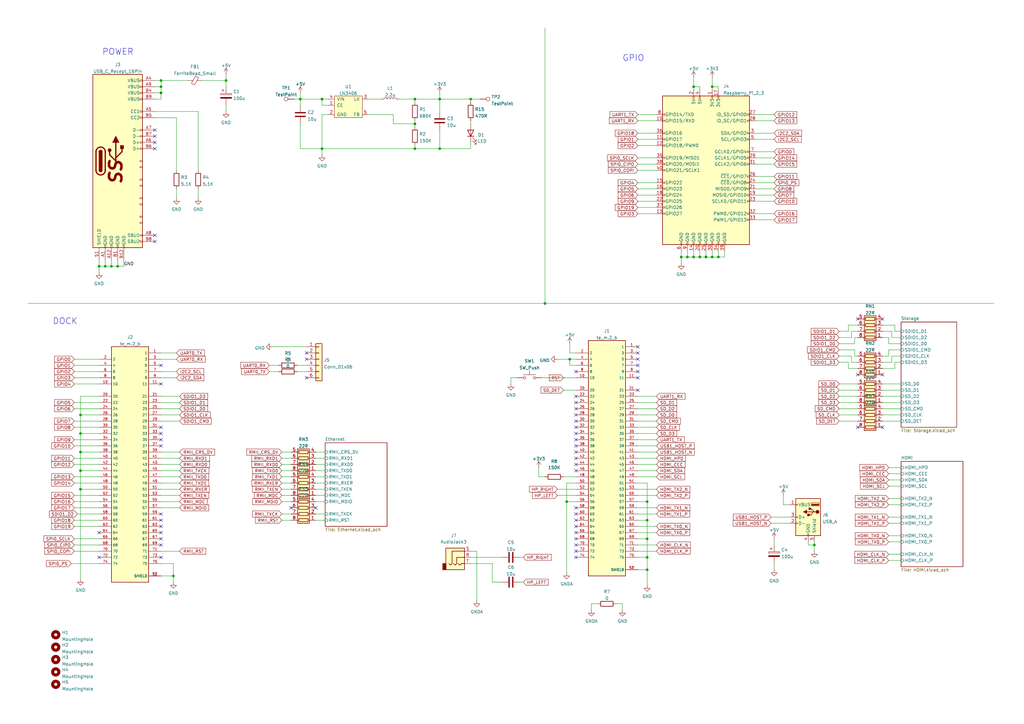
<source format=kicad_sch>
(kicad_sch (version 20211123) (generator eeschema)
  (paper "A3")
  (junction (at 132.08 40.64))
  (junction (at 233.68 147.32))
  (junction (at 279.4 105.41))
  (junction (at 40.64 109.22))
  (junction (at 180.34 60.96))
  (junction (at 265.43 233.68))
  (junction (at 294.64 105.41))
  (junction (at 170.18 40.64))
  (junction (at 66.04 38.1))
  (junction (at 180.34 40.64))
  (junction (at 292.1 35.56))
  (junction (at 265.43 220.98))
  (junction (at 284.48 105.41))
  (junction (at 43.18 109.22))
  (junction (at 33.02 170.18))
  (junction (at 281.94 105.41))
  (junction (at 334.01 223.52))
  (junction (at 33.02 185.42))
  (junction (at 66.04 33.02))
  (junction (at 170.18 60.96))
  (junction (at 66.04 35.56))
  (junction (at 45.72 109.22))
  (junction (at 265.43 205.74))
  (junction (at 289.56 105.41))
  (junction (at 48.26 109.22))
  (junction (at 33.02 193.04))
  (junction (at 33.02 200.66))
  (junction (at 292.1 105.41))
  (junction (at 92.71 33.02))
  (junction (at 223.52 124.46))
  (junction (at 33.02 177.8))
  (junction (at 193.04 40.64))
  (junction (at 232.41 205.74))
  (junction (at 123.19 40.64))
  (junction (at 71.12 236.22))
  (junction (at 265.43 213.36))
  (junction (at 287.02 105.41))
  (junction (at 284.48 35.56))
  (junction (at 170.18 50.8))
  (junction (at 265.43 228.6))
  (junction (at 132.08 60.96))
  (no_connect (at 63.5 58.42))
  (no_connect (at 66.04 149.86))
  (no_connect (at 236.22 185.42))
  (no_connect (at 236.22 228.6))
  (no_connect (at 66.04 223.52))
  (no_connect (at 236.22 213.36))
  (no_connect (at 40.64 228.6))
  (no_connect (at 261.62 147.32))
  (no_connect (at 236.22 193.04))
  (no_connect (at 66.04 228.6))
  (no_connect (at 66.04 157.48))
  (no_connect (at 236.22 226.06))
  (no_connect (at 66.04 175.26))
  (no_connect (at 236.22 218.44))
  (no_connect (at 361.95 175.26))
  (no_connect (at 63.5 99.06))
  (no_connect (at 236.22 180.34))
  (no_connect (at 236.22 210.82))
  (no_connect (at 236.22 220.98))
  (no_connect (at 261.62 160.02))
  (no_connect (at 66.04 215.9))
  (no_connect (at 236.22 187.96))
  (no_connect (at 236.22 177.8))
  (no_connect (at 351.79 175.26))
  (no_connect (at 125.73 154.94))
  (no_connect (at 236.22 165.1))
  (no_connect (at 236.22 208.28))
  (no_connect (at 261.62 149.86))
  (no_connect (at 125.73 147.32))
  (no_connect (at 66.04 182.88))
  (no_connect (at 236.22 182.88))
  (no_connect (at 351.79 153.67))
  (no_connect (at 236.22 175.26))
  (no_connect (at 63.5 96.52))
  (no_connect (at 351.79 130.81))
  (no_connect (at 236.22 190.5))
  (no_connect (at 261.62 152.4))
  (no_connect (at 63.5 53.34))
  (no_connect (at 66.04 213.36))
  (no_connect (at 125.73 144.78))
  (no_connect (at 66.04 218.44))
  (no_connect (at 236.22 170.18))
  (no_connect (at 66.04 210.82))
  (no_connect (at 361.95 130.81))
  (no_connect (at 66.04 180.34))
  (no_connect (at 66.04 177.8))
  (no_connect (at 261.62 142.24))
  (no_connect (at 236.22 152.4))
  (no_connect (at 261.62 144.78))
  (no_connect (at 63.5 60.96))
  (no_connect (at 66.04 220.98))
  (no_connect (at 236.22 167.64))
  (no_connect (at 40.64 218.44))
  (no_connect (at 119.38 208.28))
  (no_connect (at 236.22 172.72))
  (no_connect (at 261.62 154.94))
  (no_connect (at 129.54 208.28))
  (no_connect (at 236.22 162.56))
  (no_connect (at 361.95 153.67))
  (no_connect (at 236.22 215.9))
  (no_connect (at 236.22 223.52))
  (no_connect (at 63.5 55.88))
  (wire (pts (xy 11.43 124.46) (xy 223.52 124.46)))
  (wire (pts (xy 364.49 219.71) (xy 369.57 219.71)))
  (wire (pts (xy 261.62 233.68) (xy 265.43 233.68)))
  (wire (pts (xy 220.98 195.58) (xy 223.52 195.58)))
  (wire (pts (xy 66.04 35.56) (xy 66.04 33.02)))
  (wire (pts (xy 50.8 109.22) (xy 50.8 106.68)))
  (wire (pts (xy 30.48 208.28) (xy 40.64 208.28)))
  (wire (pts (xy 349.25 138.43) (xy 349.25 135.89)))
  (wire (pts (xy 66.04 147.32) (xy 72.39 147.32)))
  (wire (pts (xy 193.04 226.06) (xy 195.58 226.06)))
  (wire (pts (xy 344.17 146.05) (xy 349.25 146.05)))
  (wire (pts (xy 281.94 102.87) (xy 281.94 105.41)))
  (wire (pts (xy 132.08 60.96) (xy 123.19 60.96)))
  (wire (pts (xy 66.04 226.06) (xy 73.66 226.06)))
  (wire (pts (xy 261.62 57.15) (xy 269.24 57.15)))
  (wire (pts (xy 228.6 147.32) (xy 233.68 147.32)))
  (wire (pts (xy 261.62 198.12) (xy 265.43 198.12)))
  (wire (pts (xy 161.29 46.99) (xy 161.29 50.8)))
  (wire (pts (xy 33.02 162.56) (xy 40.64 162.56)))
  (wire (pts (xy 261.62 195.58) (xy 269.24 195.58)))
  (wire (pts (xy 66.04 205.74) (xy 73.66 205.74)))
  (wire (pts (xy 66.04 33.02) (xy 77.47 33.02)))
  (wire (pts (xy 223.52 11.43) (xy 223.52 124.46)))
  (wire (pts (xy 170.18 60.96) (xy 180.34 60.96)))
  (wire (pts (xy 344.17 167.64) (xy 351.79 167.64)))
  (wire (pts (xy 66.04 203.2) (xy 73.66 203.2)))
  (wire (pts (xy 30.48 226.06) (xy 40.64 226.06)))
  (wire (pts (xy 40.64 109.22) (xy 40.64 111.76)))
  (wire (pts (xy 40.64 109.22) (xy 43.18 109.22)))
  (wire (pts (xy 364.49 227.33) (xy 369.57 227.33)))
  (wire (pts (xy 364.49 146.05) (xy 364.49 143.51)))
  (wire (pts (xy 349.25 148.59) (xy 351.79 148.59)))
  (wire (pts (xy 261.62 69.85) (xy 269.24 69.85)))
  (wire (pts (xy 309.88 54.61) (xy 317.5 54.61)))
  (wire (pts (xy 163.83 40.64) (xy 170.18 40.64)))
  (wire (pts (xy 279.4 102.87) (xy 279.4 105.41)))
  (wire (pts (xy 30.48 147.32) (xy 40.64 147.32)))
  (wire (pts (xy 45.72 109.22) (xy 45.72 106.68)))
  (wire (pts (xy 344.17 162.56) (xy 351.79 162.56)))
  (wire (pts (xy 180.34 40.64) (xy 180.34 45.72)))
  (wire (pts (xy 367.03 135.89) (xy 369.57 135.89)))
  (wire (pts (xy 309.88 87.63) (xy 317.5 87.63)))
  (wire (pts (xy 48.26 109.22) (xy 50.8 109.22)))
  (wire (pts (xy 279.4 105.41) (xy 281.94 105.41)))
  (wire (pts (xy 129.54 205.74) (xy 133.35 205.74)))
  (wire (pts (xy 255.27 250.19) (xy 255.27 247.65)))
  (wire (pts (xy 261.62 226.06) (xy 269.24 226.06)))
  (wire (pts (xy 132.08 60.96) (xy 132.08 46.99)))
  (wire (pts (xy 294.64 105.41) (xy 297.18 105.41)))
  (wire (pts (xy 261.62 64.77) (xy 269.24 64.77)))
  (wire (pts (xy 361.95 133.35) (xy 367.03 133.35)))
  (wire (pts (xy 316.23 214.63) (xy 323.85 214.63)))
  (wire (pts (xy 364.49 229.87) (xy 369.57 229.87)))
  (wire (pts (xy 261.62 182.88) (xy 269.24 182.88)))
  (wire (pts (xy 43.18 109.22) (xy 45.72 109.22)))
  (wire (pts (xy 63.5 33.02) (xy 66.04 33.02)))
  (wire (pts (xy 129.54 203.2) (xy 133.35 203.2)))
  (wire (pts (xy 367.03 148.59) (xy 369.57 148.59)))
  (wire (pts (xy 233.68 144.78) (xy 233.68 140.97)))
  (wire (pts (xy 347.98 135.89) (xy 347.98 133.35)))
  (wire (pts (xy 364.49 199.39) (xy 369.57 199.39)))
  (wire (pts (xy 365.76 135.89) (xy 365.76 138.43)))
  (wire (pts (xy 120.65 40.64) (xy 123.19 40.64)))
  (wire (pts (xy 364.49 191.77) (xy 369.57 191.77)))
  (wire (pts (xy 361.95 162.56) (xy 369.57 162.56)))
  (wire (pts (xy 33.02 237.49) (xy 33.02 200.66)))
  (wire (pts (xy 284.48 35.56) (xy 287.02 35.56)))
  (wire (pts (xy 134.62 43.18) (xy 132.08 43.18)))
  (wire (pts (xy 350.52 143.51) (xy 350.52 146.05)))
  (wire (pts (xy 30.48 165.1) (xy 40.64 165.1)))
  (wire (pts (xy 232.41 234.95) (xy 232.41 205.74)))
  (wire (pts (xy 121.92 152.4) (xy 125.73 152.4)))
  (wire (pts (xy 309.88 77.47) (xy 317.5 77.47)))
  (wire (pts (xy 361.95 167.64) (xy 369.57 167.64)))
  (wire (pts (xy 115.57 193.04) (xy 119.38 193.04)))
  (wire (pts (xy 170.18 40.64) (xy 180.34 40.64)))
  (wire (pts (xy 287.02 102.87) (xy 287.02 105.41)))
  (wire (pts (xy 115.57 195.58) (xy 119.38 195.58)))
  (wire (pts (xy 261.62 162.56) (xy 269.24 162.56)))
  (wire (pts (xy 261.62 59.69) (xy 269.24 59.69)))
  (wire (pts (xy 265.43 233.68) (xy 265.43 228.6)))
  (wire (pts (xy 121.92 149.86) (xy 125.73 149.86)))
  (wire (pts (xy 344.17 143.51) (xy 350.52 143.51)))
  (wire (pts (xy 261.62 175.26) (xy 269.24 175.26)))
  (wire (pts (xy 45.72 109.22) (xy 48.26 109.22)))
  (wire (pts (xy 289.56 102.87) (xy 289.56 105.41)))
  (wire (pts (xy 209.55 154.94) (xy 212.09 154.94)))
  (wire (pts (xy 33.02 177.8) (xy 40.64 177.8)))
  (wire (pts (xy 170.18 59.69) (xy 170.18 60.96)))
  (wire (pts (xy 213.36 228.6) (xy 214.63 228.6)))
  (wire (pts (xy 369.57 140.97) (xy 364.49 140.97)))
  (wire (pts (xy 170.18 50.8) (xy 170.18 49.53)))
  (wire (pts (xy 287.02 35.56) (xy 287.02 36.83)))
  (wire (pts (xy 309.88 64.77) (xy 317.5 64.77)))
  (wire (pts (xy 334.01 222.25) (xy 334.01 223.52)))
  (wire (pts (xy 261.62 218.44) (xy 269.24 218.44)))
  (wire (pts (xy 110.49 149.86) (xy 114.3 149.86)))
  (wire (pts (xy 236.22 144.78) (xy 233.68 144.78)))
  (wire (pts (xy 92.71 33.02) (xy 92.71 35.56)))
  (wire (pts (xy 364.49 138.43) (xy 361.95 138.43)))
  (wire (pts (xy 287.02 105.41) (xy 289.56 105.41)))
  (wire (pts (xy 72.39 48.26) (xy 63.5 48.26)))
  (wire (pts (xy 261.62 165.1) (xy 269.24 165.1)))
  (wire (pts (xy 367.03 151.13) (xy 367.03 148.59)))
  (wire (pts (xy 30.48 152.4) (xy 40.64 152.4)))
  (wire (pts (xy 261.62 190.5) (xy 269.24 190.5)))
  (wire (pts (xy 361.95 151.13) (xy 367.03 151.13)))
  (wire (pts (xy 66.04 231.14) (xy 71.12 231.14)))
  (wire (pts (xy 364.49 204.47) (xy 369.57 204.47)))
  (wire (pts (xy 66.04 200.66) (xy 73.66 200.66)))
  (wire (pts (xy 132.08 43.18) (xy 132.08 40.64)))
  (wire (pts (xy 30.48 213.36) (xy 40.64 213.36)))
  (wire (pts (xy 309.88 62.23) (xy 317.5 62.23)))
  (wire (pts (xy 245.11 247.65) (xy 242.57 247.65)))
  (wire (pts (xy 66.04 190.5) (xy 73.66 190.5)))
  (wire (pts (xy 261.62 180.34) (xy 269.24 180.34)))
  (wire (pts (xy 30.48 172.72) (xy 40.64 172.72)))
  (wire (pts (xy 261.62 223.52) (xy 269.24 223.52)))
  (wire (pts (xy 193.04 228.6) (xy 205.74 228.6)))
  (wire (pts (xy 284.48 35.56) (xy 284.48 36.83)))
  (wire (pts (xy 180.34 38.1) (xy 180.34 40.64)))
  (wire (pts (xy 232.41 205.74) (xy 236.22 205.74)))
  (wire (pts (xy 309.88 90.17) (xy 317.5 90.17)))
  (wire (pts (xy 261.62 170.18) (xy 269.24 170.18)))
  (wire (pts (xy 30.48 167.64) (xy 40.64 167.64)))
  (wire (pts (xy 66.04 193.04) (xy 73.66 193.04)))
  (wire (pts (xy 242.57 247.65) (xy 242.57 250.19)))
  (wire (pts (xy 193.04 40.64) (xy 193.04 41.91)))
  (wire (pts (xy 129.54 187.96) (xy 133.35 187.96)))
  (wire (pts (xy 123.19 38.1) (xy 123.19 40.64)))
  (wire (pts (xy 63.5 35.56) (xy 66.04 35.56)))
  (wire (pts (xy 228.6 200.66) (xy 236.22 200.66)))
  (wire (pts (xy 261.62 213.36) (xy 265.43 213.36)))
  (wire (pts (xy 261.62 77.47) (xy 269.24 77.47)))
  (wire (pts (xy 115.57 190.5) (xy 119.38 190.5)))
  (wire (pts (xy 115.57 210.82) (xy 119.38 210.82)))
  (wire (pts (xy 365.76 146.05) (xy 369.57 146.05)))
  (wire (pts (xy 151.13 46.99) (xy 161.29 46.99)))
  (wire (pts (xy 180.34 40.64) (xy 193.04 40.64)))
  (wire (pts (xy 294.64 102.87) (xy 294.64 105.41)))
  (wire (pts (xy 209.55 157.48) (xy 209.55 154.94)))
  (wire (pts (xy 261.62 49.53) (xy 269.24 49.53)))
  (wire (pts (xy 33.02 193.04) (xy 33.02 185.42)))
  (wire (pts (xy 201.93 231.14) (xy 201.93 238.76)))
  (wire (pts (xy 265.43 228.6) (xy 261.62 228.6)))
  (wire (pts (xy 261.62 208.28) (xy 269.24 208.28)))
  (wire (pts (xy 30.48 195.58) (xy 40.64 195.58)))
  (wire (pts (xy 33.02 193.04) (xy 40.64 193.04)))
  (wire (pts (xy 231.14 160.02) (xy 236.22 160.02)))
  (wire (pts (xy 161.29 50.8) (xy 170.18 50.8)))
  (wire (pts (xy 331.47 223.52) (xy 334.01 223.52)))
  (wire (pts (xy 33.02 200.66) (xy 40.64 200.66)))
  (wire (pts (xy 30.48 198.12) (xy 40.64 198.12)))
  (wire (pts (xy 33.02 185.42) (xy 40.64 185.42)))
  (wire (pts (xy 66.04 172.72) (xy 73.66 172.72)))
  (wire (pts (xy 309.88 46.99) (xy 317.5 46.99)))
  (wire (pts (xy 361.95 146.05) (xy 364.49 146.05)))
  (wire (pts (xy 193.04 49.53) (xy 193.04 50.8)))
  (wire (pts (xy 115.57 213.36) (xy 119.38 213.36)))
  (wire (pts (xy 63.5 45.72) (xy 81.28 45.72)))
  (wire (pts (xy 317.5 231.14) (xy 317.5 233.68)))
  (wire (pts (xy 115.57 185.42) (xy 119.38 185.42)))
  (wire (pts (xy 289.56 105.41) (xy 292.1 105.41)))
  (wire (pts (xy 213.36 238.76) (xy 214.63 238.76)))
  (wire (pts (xy 66.04 170.18) (xy 73.66 170.18)))
  (wire (pts (xy 129.54 195.58) (xy 133.35 195.58)))
  (wire (pts (xy 331.47 222.25) (xy 331.47 223.52)))
  (wire (pts (xy 344.17 140.97) (xy 350.52 140.97)))
  (wire (pts (xy 111.76 142.24) (xy 125.73 142.24)))
  (wire (pts (xy 129.54 213.36) (xy 133.35 213.36)))
  (wire (pts (xy 261.62 187.96) (xy 269.24 187.96)))
  (wire (pts (xy 92.71 43.18) (xy 92.71 45.72)))
  (wire (pts (xy 334.01 223.52) (xy 334.01 226.06)))
  (wire (pts (xy 30.48 149.86) (xy 40.64 149.86)))
  (wire (pts (xy 292.1 35.56) (xy 292.1 36.83)))
  (wire (pts (xy 170.18 60.96) (xy 132.08 60.96)))
  (wire (pts (xy 30.48 223.52) (xy 40.64 223.52)))
  (wire (pts (xy 261.62 193.04) (xy 269.24 193.04)))
  (wire (pts (xy 265.43 205.74) (xy 265.43 213.36)))
  (wire (pts (xy 115.57 205.74) (xy 119.38 205.74)))
  (wire (pts (xy 134.62 40.64) (xy 132.08 40.64)))
  (wire (pts (xy 193.04 40.64) (xy 196.85 40.64)))
  (wire (pts (xy 316.23 212.09) (xy 323.85 212.09)))
  (wire (pts (xy 30.48 157.48) (xy 40.64 157.48)))
  (wire (pts (xy 292.1 31.75) (xy 292.1 35.56)))
  (wire (pts (xy 233.68 149.86) (xy 233.68 147.32)))
  (wire (pts (xy 261.62 167.64) (xy 269.24 167.64)))
  (wire (pts (xy 265.43 240.03) (xy 265.43 233.68)))
  (wire (pts (xy 281.94 105.41) (xy 284.48 105.41)))
  (wire (pts (xy 309.88 74.93) (xy 317.5 74.93)))
  (wire (pts (xy 66.04 38.1) (xy 66.04 35.56)))
  (wire (pts (xy 123.19 40.64) (xy 123.19 43.18)))
  (wire (pts (xy 115.57 203.2) (xy 119.38 203.2)))
  (wire (pts (xy 30.48 203.2) (xy 40.64 203.2)))
  (wire (pts (xy 261.62 87.63) (xy 269.24 87.63)))
  (wire (pts (xy 63.5 40.64) (xy 66.04 40.64)))
  (wire (pts (xy 66.04 195.58) (xy 73.66 195.58)))
  (wire (pts (xy 364.49 140.97) (xy 364.49 138.43)))
  (wire (pts (xy 361.95 172.72) (xy 369.57 172.72)))
  (wire (pts (xy 261.62 67.31) (xy 269.24 67.31)))
  (wire (pts (xy 236.22 149.86) (xy 233.68 149.86)))
  (wire (pts (xy 71.12 231.14) (xy 71.12 236.22)))
  (wire (pts (xy 361.95 160.02) (xy 369.57 160.02)))
  (wire (pts (xy 261.62 177.8) (xy 269.24 177.8)))
  (wire (pts (xy 63.5 38.1) (xy 66.04 38.1)))
  (wire (pts (xy 66.04 187.96) (xy 73.66 187.96)))
  (wire (pts (xy 252.73 247.65) (xy 255.27 247.65)))
  (wire (pts (xy 66.04 236.22) (xy 71.12 236.22)))
  (wire (pts (xy 294.64 35.56) (xy 294.64 36.83)))
  (wire (pts (xy 129.54 190.5) (xy 133.35 190.5)))
  (wire (pts (xy 66.04 40.64) (xy 66.04 38.1)))
  (wire (pts (xy 364.49 212.09) (xy 369.57 212.09)))
  (wire (pts (xy 344.17 170.18) (xy 351.79 170.18)))
  (wire (pts (xy 232.41 198.12) (xy 236.22 198.12)))
  (wire (pts (xy 30.48 182.88) (xy 40.64 182.88)))
  (wire (pts (xy 30.48 220.98) (xy 40.64 220.98)))
  (wire (pts (xy 66.04 162.56) (xy 73.66 162.56)))
  (wire (pts (xy 309.88 49.53) (xy 317.5 49.53)))
  (wire (pts (xy 233.68 147.32) (xy 236.22 147.32)))
  (wire (pts (xy 48.26 109.22) (xy 48.26 106.68)))
  (wire (pts (xy 33.02 170.18) (xy 40.64 170.18)))
  (wire (pts (xy 66.04 208.28) (xy 73.66 208.28)))
  (wire (pts (xy 364.49 194.31) (xy 369.57 194.31)))
  (wire (pts (xy 193.04 60.96) (xy 180.34 60.96)))
  (wire (pts (xy 82.55 33.02) (xy 92.71 33.02)))
  (wire (pts (xy 92.71 33.02) (xy 92.71 30.48)))
  (wire (pts (xy 193.04 58.42) (xy 193.04 60.96)))
  (wire (pts (xy 309.88 72.39) (xy 317.5 72.39)))
  (wire (pts (xy 30.48 190.5) (xy 40.64 190.5)))
  (wire (pts (xy 261.62 215.9) (xy 269.24 215.9)))
  (wire (pts (xy 365.76 148.59) (xy 365.76 146.05)))
  (wire (pts (xy 344.17 160.02) (xy 351.79 160.02)))
  (wire (pts (xy 284.48 31.75) (xy 284.48 35.56)))
  (wire (pts (xy 279.4 105.41) (xy 279.4 107.95)))
  (wire (pts (xy 323.85 207.01) (xy 321.31 207.01)))
  (wire (pts (xy 265.43 198.12) (xy 265.43 205.74)))
  (wire (pts (xy 350.52 146.05) (xy 351.79 146.05)))
  (wire (pts (xy 193.04 231.14) (xy 201.93 231.14)))
  (wire (pts (xy 349.25 135.89) (xy 351.79 135.89)))
  (wire (pts (xy 66.04 152.4) (xy 72.39 152.4)))
  (wire (pts (xy 222.25 154.94) (xy 236.22 154.94)))
  (wire (pts (xy 72.39 77.47) (xy 72.39 81.28)))
  (wire (pts (xy 66.04 165.1) (xy 73.66 165.1)))
  (wire (pts (xy 170.18 50.8) (xy 170.18 52.07)))
  (wire (pts (xy 344.17 172.72) (xy 351.79 172.72)))
  (wire (pts (xy 129.54 210.82) (xy 133.35 210.82)))
  (wire (pts (xy 364.49 207.01) (xy 369.57 207.01)))
  (wire (pts (xy 261.62 172.72) (xy 269.24 172.72)))
  (wire (pts (xy 170.18 40.64) (xy 170.18 41.91)))
  (wire (pts (xy 66.04 185.42) (xy 73.66 185.42)))
  (wire (pts (xy 309.88 57.15) (xy 317.5 57.15)))
  (wire (pts (xy 66.04 167.64) (xy 73.66 167.64)))
  (wire (pts (xy 33.02 177.8) (xy 33.02 170.18)))
  (wire (pts (xy 132.08 60.96) (xy 132.08 63.5)))
  (wire (pts (xy 261.62 200.66) (xy 269.24 200.66)))
  (wire (pts (xy 265.43 213.36) (xy 265.43 220.98)))
  (wire (pts (xy 261.62 203.2) (xy 269.24 203.2)))
  (wire (pts (xy 261.62 80.01) (xy 269.24 80.01)))
  (wire (pts (xy 30.48 180.34) (xy 40.64 180.34)))
  (wire (pts (xy 115.57 200.66) (xy 119.38 200.66)))
  (wire (pts (xy 350.52 138.43) (xy 351.79 138.43)))
  (wire (pts (xy 284.48 105.41) (xy 287.02 105.41)))
  (wire (pts (xy 309.88 80.01) (xy 317.5 80.01)))
  (wire (pts (xy 344.17 135.89) (xy 347.98 135.89)))
  (wire (pts (xy 261.62 54.61) (xy 269.24 54.61)))
  (wire (pts (xy 123.19 60.96) (xy 123.19 50.8)))
  (wire (pts (xy 361.95 135.89) (xy 365.76 135.89)))
  (wire (pts (xy 129.54 185.42) (xy 133.35 185.42)))
  (wire (pts (xy 292.1 102.87) (xy 292.1 105.41)))
  (wire (pts (xy 364.49 196.85) (xy 369.57 196.85)))
  (wire (pts (xy 33.02 200.66) (xy 33.02 193.04)))
  (wire (pts (xy 195.58 226.06) (xy 195.58 246.38)))
  (wire (pts (xy 30.48 187.96) (xy 40.64 187.96)))
  (wire (pts (xy 129.54 200.66) (xy 133.35 200.66)))
  (wire (pts (xy 344.17 165.1) (xy 351.79 165.1)))
  (wire (pts (xy 115.57 198.12) (xy 119.38 198.12)))
  (wire (pts (xy 361.95 157.48) (xy 369.57 157.48)))
  (wire (pts (xy 261.62 74.93) (xy 269.24 74.93)))
  (wire (pts (xy 347.98 133.35) (xy 351.79 133.35)))
  (wire (pts (xy 261.62 185.42) (xy 269.24 185.42)))
  (wire (pts (xy 317.5 220.98) (xy 317.5 223.52)))
  (wire (pts (xy 115.57 187.96) (xy 119.38 187.96)))
  (wire (pts (xy 223.52 124.46) (xy 407.67 124.46)))
  (wire (pts (xy 344.17 148.59) (xy 347.98 148.59)))
  (wire (pts (xy 30.48 154.94) (xy 40.64 154.94)))
  (wire (pts (xy 261.62 220.98) (xy 265.43 220.98)))
  (wire (pts (xy 347.98 148.59) (xy 347.98 151.13)))
  (wire (pts (xy 292.1 35.56) (xy 294.64 35.56)))
  (wire (pts (xy 228.6 203.2) (xy 236.22 203.2)))
  (wire (pts (xy 30.48 205.74) (xy 40.64 205.74)))
  (wire (pts (xy 367.03 133.35) (xy 367.03 135.89)))
  (wire (pts (xy 321.31 203.2) (xy 321.31 207.01)))
  (wire (pts (xy 349.25 146.05) (xy 349.25 148.59)))
  (wire (pts (xy 261.62 85.09) (xy 269.24 85.09)))
  (wire (pts (xy 180.34 60.96) (xy 180.34 53.34)))
  (wire (pts (xy 33.02 185.42) (xy 33.02 177.8)))
  (wire (pts (xy 66.04 154.94) (xy 72.39 154.94)))
  (wire (pts (xy 231.14 195.58) (xy 236.22 195.58)))
  (wire (pts (xy 364.49 222.25) (xy 369.57 222.25)))
  (wire (pts (xy 81.28 77.47) (xy 81.28 81.28)))
  (wire (pts (xy 66.04 198.12) (xy 73.66 198.12)))
  (wire (pts (xy 284.48 102.87) (xy 284.48 105.41)))
  (wire (pts (xy 344.17 138.43) (xy 349.25 138.43)))
  (wire (pts (xy 43.18 109.22) (xy 43.18 106.68)))
  (wire (pts (xy 232.41 205.74) (xy 232.41 198.12)))
  (wire (pts (xy 361.95 170.18) (xy 369.57 170.18)))
  (wire (pts (xy 129.54 193.04) (xy 133.35 193.04)))
  (wire (pts (xy 151.13 40.64) (xy 156.21 40.64)))
  (wire (pts (xy 33.02 170.18) (xy 33.02 162.56)))
  (wire (pts (xy 29.21 231.14) (xy 40.64 231.14)))
  (wire (pts (xy 40.64 106.68) (xy 40.64 109.22)))
  (wire (pts (xy 261.62 82.55) (xy 269.24 82.55)))
  (wire (pts (xy 292.1 105.41) (xy 294.64 105.41)))
  (wire (pts (xy 364.49 143.51) (xy 369.57 143.51)))
  (wire (pts (xy 129.54 198.12) (xy 133.35 198.12)))
  (wire (pts (xy 132.08 40.64) (xy 123.19 40.64)))
  (wire (pts (xy 365.76 138.43) (xy 369.57 138.43)))
  (wire (pts (xy 309.88 82.55) (xy 317.5 82.55)))
  (wire (pts (xy 30.48 215.9) (xy 40.64 215.9)))
  (wire (pts (xy 110.49 152.4) (xy 114.3 152.4)))
  (wire (pts (xy 350.52 140.97) (xy 350.52 138.43)))
  (wire (pts (xy 132.08 46.99) (xy 134.62 46.99)))
  (wire (pts (xy 361.95 148.59) (xy 365.76 148.59)))
  (wire (pts (xy 344.17 157.48) (xy 351.79 157.48)))
  (wire (pts (xy 71.12 236.22) (xy 71.12 238.76)))
  (wire (pts (xy 81.28 45.72) (xy 81.28 69.85)))
  (wire (pts (xy 261.62 210.82) (xy 269.24 210.82)))
  (wire (pts (xy 261.62 46.99) (xy 269.24 46.99)))
  (wire (pts (xy 220.98 191.77) (xy 220.98 195.58)))
  (wire (pts (xy 347.98 151.13) (xy 351.79 151.13)))
  (wire (pts (xy 364.49 214.63) (xy 369.57 214.63)))
  (wire (pts (xy 261.62 205.74) (xy 265.43 205.74)))
  (wire (pts (xy 72.39 69.85) (xy 72.39 48.26)))
  (wire (pts (xy 31.75 210.82) (xy 40.64 210.82)))
  (wire (pts (xy 309.88 67.31) (xy 317.5 67.31)))
  (wire (pts (xy 205.74 238.76) (xy 201.93 238.76)))
  (wire (pts (xy 361.95 165.1) (xy 369.57 165.1)))
  (wire (pts (xy 66.04 144.78) (xy 72.39 144.78)))
  (wire (pts (xy 30.48 175.26) (xy 40.64 175.26)))
  (wire (pts (xy 297.18 105.41) (xy 297.18 102.87)))
  (wire (pts (xy 265.43 220.98) (xy 265.43 228.6)))
  (text "GPIO" (at 255.27 25.4 0) (effects (font (size 2.5 2.5)) (justify left bottom)))
  (text "POWER\n" (at 41.91 22.86 0) (effects (font (size 2.5 2.5)) (justify left bottom)))
  (text "DOCK" (at 21.59 133.35 0) (effects (font (size 2.5 2.5)) (justify left bottom)))
  (label "GND" (at 50.8 109.22 0))
  (global_label "HDMI_TX0_P" (shape input) (at 364.49 222.25 180) (property "Intersheet References" "${INTERSHEET_REFS}" (effects hide)))
  (global_label "RMII_RXER" (shape input) (at 115.57 198.12 180) (property "Intersheet References" "${INTERSHEET_REFS}" (effects hide)))
  (global_label "RMII_RXD1" (shape input) (at 115.57 187.96 180) (property "Intersheet References" "${INTERSHEET_REFS}" (effects hide)))
  (global_label "SD_DET" (shape input) (at 231.14 160.02 180) (property "Intersheet References" "${INTERSHEET_REFS}" (effects hide)))
  (global_label "UART1_RX" (shape input) (at 261.62 49.53 180) (property "Intersheet References" "${INTERSHEET_REFS}" (effects hide)))
  (global_label "UART0_TX" (shape input) (at 110.49 152.4 180) (property "Intersheet References" "${INTERSHEET_REFS}" (effects hide)))
  (global_label "RMII_MDIO" (shape input) (at 115.57 205.74 180) (property "Intersheet References" "${INTERSHEET_REFS}" (effects hide)))
  (global_label "GPIO14" (shape input) (at 317.5 64.77 0) (property "Intersheet References" "${INTERSHEET_REFS}" (effects hide)))
  (global_label "SDIO1_D2" (shape input) (at 344.17 138.43 180) (property "Intersheet References" "${INTERSHEET_REFS}" (effects hide)))
  (global_label "SPI0_COPI" (shape input) (at 261.62 69.85 180) (property "Intersheet References" "${INTERSHEET_REFS}" (effects hide)))
  (global_label "RMII_TXEN" (shape input) (at 115.57 200.66 180) (property "Intersheet References" "${INTERSHEET_REFS}" (effects hide)))
  (global_label "UART0_RX" (shape input) (at 72.39 147.32 0) (property "Intersheet References" "${INTERSHEET_REFS}" (effects hide)))
  (global_label "I2C2_SCL" (shape input) (at 317.5 57.15 0) (property "Intersheet References" "${INTERSHEET_REFS}" (effects hide)))
  (global_label "HDMI_TX2_P" (shape input) (at 364.49 207.01 180) (property "Intersheet References" "${INTERSHEET_REFS}" (effects hide)))
  (global_label "SDIO1_CMD" (shape input) (at 73.66 172.72 0) (property "Intersheet References" "${INTERSHEET_REFS}" (effects hide)))
  (global_label "UART1_TX" (shape input) (at 261.62 46.99 180) (property "Intersheet References" "${INTERSHEET_REFS}" (effects hide)))
  (global_label "RMII_RST" (shape input) (at 73.66 226.06 0) (property "Intersheet References" "${INTERSHEET_REFS}" (effects hide)))
  (global_label "SPI0_CIPO" (shape input) (at 261.62 67.31 180) (property "Intersheet References" "${INTERSHEET_REFS}" (effects hide)))
  (global_label "RMII_RXD0" (shape input) (at 115.57 190.5 180) (property "Intersheet References" "${INTERSHEET_REFS}" (effects hide)))
  (global_label "RMII_TXCK" (shape input) (at 115.57 210.82 180) (property "Intersheet References" "${INTERSHEET_REFS}" (effects hide)))
  (global_label "HP_RIGHT" (shape input) (at 214.63 228.6 0) (property "Intersheet References" "${INTERSHEET_REFS}" (effects hide)))
  (global_label "RMII_TXD0" (shape input) (at 115.57 193.04 180) (property "Intersheet References" "${INTERSHEET_REFS}" (effects hide)))
  (global_label "HDMI_SCL" (shape input) (at 364.49 199.39 180) (property "Intersheet References" "${INTERSHEET_REFS}" (effects hide)))
  (global_label "GPIO9" (shape input) (at 261.62 82.55 180) (property "Intersheet References" "${INTERSHEET_REFS}" (effects hide)))
  (global_label "SPI0_CIPO" (shape input) (at 30.48 223.52 180) (property "Intersheet References" "${INTERSHEET_REFS}" (effects hide)))
  (global_label "GPIO15" (shape input) (at 30.48 203.2 180) (property "Intersheet References" "${INTERSHEET_REFS}" (effects hide)))
  (global_label "USB1_HOST_P" (shape input) (at 316.23 212.09 180) (property "Intersheet References" "${INTERSHEET_REFS}" (effects hide)))
  (global_label "SDIO1_CLK" (shape input) (at 344.17 146.05 180) (property "Intersheet References" "${INTERSHEET_REFS}" (effects hide)))
  (global_label "I2C2_SDA" (shape input) (at 317.5 54.61 0) (property "Intersheet References" "${INTERSHEET_REFS}" (effects hide)))
  (global_label "RMII_RXD0" (shape input) (at 73.66 190.5 0) (property "Intersheet References" "${INTERSHEET_REFS}" (effects hide)))
  (global_label "HP_LEFT" (shape input) (at 228.6 203.2 180) (property "Intersheet References" "${INTERSHEET_REFS}" (effects hide)))
  (global_label "GPIO13" (shape input) (at 30.48 195.58 180) (property "Intersheet References" "${INTERSHEET_REFS}" (effects hide)))
  (global_label "UART1_RX" (shape input) (at 269.24 162.56 0) (property "Intersheet References" "${INTERSHEET_REFS}" (effects hide)))
  (global_label "HDMI_CEC" (shape input) (at 269.24 190.5 0) (property "Intersheet References" "${INTERSHEET_REFS}" (effects hide)))
  (global_label "RMII_TXD1" (shape input) (at 115.57 195.58 180) (property "Intersheet References" "${INTERSHEET_REFS}" (effects hide)))
  (global_label "HDMI_HPD" (shape input) (at 269.24 187.96 0) (property "Intersheet References" "${INTERSHEET_REFS}" (effects hide)))
  (global_label "GPIO2" (shape input) (at 30.48 152.4 180) (property "Intersheet References" "${INTERSHEET_REFS}" (effects hide)))
  (global_label "GPIO11" (shape input) (at 30.48 187.96 180) (property "Intersheet References" "${INTERSHEET_REFS}" (effects hide)))
  (global_label "SD_D3" (shape input) (at 269.24 177.8 0) (property "Intersheet References" "${INTERSHEET_REFS}" (effects hide)))
  (global_label "UART0_TX" (shape input) (at 72.39 144.78 0) (property "Intersheet References" "${INTERSHEET_REFS}" (effects hide)))
  (global_label "HDMI_TX0_P" (shape input) (at 269.24 218.44 0) (property "Intersheet References" "${INTERSHEET_REFS}" (effects hide)))
  (global_label "RMII_TXD1" (shape input) (at 73.66 198.12 0) (property "Intersheet References" "${INTERSHEET_REFS}" (effects hide)))
  (global_label "HDMI_TX0_N" (shape input) (at 269.24 215.9 0) (property "Intersheet References" "${INTERSHEET_REFS}" (effects hide)))
  (global_label "GPIO1" (shape input) (at 30.48 149.86 180) (property "Intersheet References" "${INTERSHEET_REFS}" (effects hide)))
  (global_label "SDIO1_CLK" (shape input) (at 73.66 170.18 0) (property "Intersheet References" "${INTERSHEET_REFS}" (effects hide)))
  (global_label "SD_CMD" (shape input) (at 269.24 172.72 0) (property "Intersheet References" "${INTERSHEET_REFS}" (effects hide)))
  (global_label "GPIO6" (shape input) (at 30.48 167.64 180) (property "Intersheet References" "${INTERSHEET_REFS}" (effects hide)))
  (global_label "SDIO1_D0" (shape input) (at 344.17 140.97 180) (property "Intersheet References" "${INTERSHEET_REFS}" (effects hide)))
  (global_label "HDMI_CLK_N" (shape input) (at 364.49 227.33 180) (property "Intersheet References" "${INTERSHEET_REFS}" (effects hide)))
  (global_label "RMII_MDIO" (shape input) (at 73.66 208.28 0) (property "Intersheet References" "${INTERSHEET_REFS}" (effects hide)))
  (global_label "HDMI_TX2_P" (shape input) (at 269.24 203.2 0) (property "Intersheet References" "${INTERSHEET_REFS}" (effects hide)))
  (global_label "RMII_RST" (shape input) (at 115.57 213.36 180) (property "Intersheet References" "${INTERSHEET_REFS}" (effects hide)))
  (global_label "SD_D1" (shape input) (at 344.17 160.02 180) (property "Intersheet References" "${INTERSHEET_REFS}" (effects hide)))
  (global_label "HDMI_TX2_N" (shape input) (at 364.49 204.47 180) (property "Intersheet References" "${INTERSHEET_REFS}" (effects hide)))
  (global_label "SD_CLK" (shape input) (at 269.24 175.26 0) (property "Intersheet References" "${INTERSHEET_REFS}" (effects hide)))
  (global_label "HDMI_CEC" (shape input) (at 364.49 194.31 180) (property "Intersheet References" "${INTERSHEET_REFS}" (effects hide)))
  (global_label "GPIO5" (shape input) (at 30.48 165.1 180) (property "Intersheet References" "${INTERSHEET_REFS}" (effects hide)))
  (global_label "GPIO3" (shape input) (at 261.62 87.63 180) (property "Intersheet References" "${INTERSHEET_REFS}" (effects hide)))
  (global_label "HDMI_TX1_P" (shape input) (at 364.49 214.63 180) (property "Intersheet References" "${INTERSHEET_REFS}" (effects hide)))
  (global_label "SD_D0" (shape input) (at 269.24 170.18 0) (property "Intersheet References" "${INTERSHEET_REFS}" (effects hide)))
  (global_label "RMII_CRS_DV" (shape input) (at 115.57 185.42 180) (property "Intersheet References" "${INTERSHEET_REFS}" (effects hide)))
  (global_label "GPIO1" (shape input) (at 261.62 57.15 180) (property "Intersheet References" "${INTERSHEET_REFS}" (effects hide)))
  (global_label "GPIO19" (shape input) (at 30.48 215.9 180) (property "Intersheet References" "${INTERSHEET_REFS}" (effects hide)))
  (global_label "RMII_RXD1" (shape input) (at 73.66 187.96 0) (property "Intersheet References" "${INTERSHEET_REFS}" (effects hide)))
  (global_label "GPIO3" (shape input) (at 30.48 154.94 180) (property "Intersheet References" "${INTERSHEET_REFS}" (effects hide)))
  (global_label "GPIO17" (shape input) (at 30.48 208.28 180) (property "Intersheet References" "${INTERSHEET_REFS}" (effects hide)))
  (global_label "GPIO7" (shape input) (at 30.48 172.72 180) (property "Intersheet References" "${INTERSHEET_REFS}" (effects hide)))
  (global_label "GPIO2" (shape input) (at 261.62 59.69 180) (property "Intersheet References" "${INTERSHEET_REFS}" (effects hide)))
  (global_label "SD_CMD" (shape input) (at 344.17 167.64 180) (property "Intersheet References" "${INTERSHEET_REFS}" (effects hide)))
  (global_label "RST" (shape input) (at 231.14 154.94 180) (property "Intersheet References" "${INTERSHEET_REFS}" (effects hide)))
  (global_label "SD_D1" (shape input) (at 269.24 165.1 0) (property "Intersheet References" "${INTERSHEET_REFS}" (effects hide)))
  (global_label "GPIO0" (shape input) (at 317.5 62.23 0) (property "Intersheet References" "${INTERSHEET_REFS}" (effects hide)))
  (global_label "I2C2_SCL" (shape input) (at 72.39 152.4 0) (property "Intersheet References" "${INTERSHEET_REFS}" (effects hide)))
  (global_label "USB1_HOST_N" (shape input) (at 316.23 214.63 180) (property "Intersheet References" "${INTERSHEET_REFS}" (effects hide)))
  (global_label "HP_LEFT" (shape input) (at 214.63 238.76 0) (property "Intersheet References" "${INTERSHEET_REFS}" (effects hide)))
  (global_label "RMII_TXD0" (shape input) (at 73.66 195.58 0) (property "Intersheet References" "${INTERSHEET_REFS}" (effects hide)))
  (global_label "SPI0_SCLK" (shape input) (at 261.62 64.77 180) (property "Intersheet References" "${INTERSHEET_REFS}" (effects hide)))
  (global_label "SD_DET" (shape input) (at 344.17 172.72 180) (property "Intersheet References" "${INTERSHEET_REFS}" (effects hide)))
  (global_label "GPIO10" (shape input) (at 30.48 182.88 180) (property "Intersheet References" "${INTERSHEET_REFS}" (effects hide)))
  (global_label "RMII_TXEN" (shape input) (at 73.66 203.2 0) (property "Intersheet References" "${INTERSHEET_REFS}" (effects hide)))
  (global_label "GPIO10" (shape input) (at 317.5 82.55 0) (property "Intersheet References" "${INTERSHEET_REFS}" (effects hide)))
  (global_label "SD_D2" (shape input) (at 344.17 162.56 180) (property "Intersheet References" "${INTERSHEET_REFS}" (effects hide)))
  (global_label "SPI0_COPI" (shape input) (at 30.48 226.06 180) (property "Intersheet References" "${INTERSHEET_REFS}" (effects hide)))
  (global_label "SDIO1_D1" (shape input) (at 73.66 165.1 0) (property "Intersheet References" "${INTERSHEET_REFS}" (effects hide)))
  (global_label "GPIO9" (shape input) (at 30.48 180.34 180) (property "Intersheet References" "${INTERSHEET_REFS}" (effects hide)))
  (global_label "HDMI_SDA" (shape input) (at 364.49 196.85 180) (property "Intersheet References" "${INTERSHEET_REFS}" (effects hide)))
  (global_label "HDMI_CLK_P" (shape input) (at 269.24 226.06 0) (property "Intersheet References" "${INTERSHEET_REFS}" (effects hide)))
  (global_label "GPIO4" (shape input) (at 261.62 74.93 180) (property "Intersheet References" "${INTERSHEET_REFS}" (effects hide)))
  (global_label "SPI0_PS" (shape input) (at 29.21 231.14 180) (property "Intersheet References" "${INTERSHEET_REFS}" (effects hide)))
  (global_label "SPI0_SCLK" (shape input) (at 30.48 220.98 180) (property "Intersheet References" "${INTERSHEET_REFS}" (effects hide)))
  (global_label "HDMI_TX0_N" (shape input) (at 364.49 219.71 180) (property "Intersheet References" "${INTERSHEET_REFS}" (effects hide)))
  (global_label "RMII_MDC" (shape input) (at 73.66 205.74 0) (property "Intersheet References" "${INTERSHEET_REFS}" (effects hide)))
  (global_label "SD_D0" (shape input) (at 344.17 157.48 180) (property "Intersheet References" "${INTERSHEET_REFS}" (effects hide)))
  (global_label "GPIO18" (shape input) (at 30.48 213.36 180) (property "Intersheet References" "${INTERSHEET_REFS}" (effects hide)))
  (global_label "SDIO1_D3" (shape input) (at 344.17 148.59 180) (property "Intersheet References" "${INTERSHEET_REFS}" (effects hide)))
  (global_label "GPIO8" (shape input) (at 317.5 77.47 0) (property "Intersheet References" "${INTERSHEET_REFS}" (effects hide)))
  (global_label "SDIO1_CMD" (shape input) (at 344.17 143.51 180) (property "Intersheet References" "${INTERSHEET_REFS}" (effects hide)))
  (global_label "RMII_MDC" (shape input) (at 115.57 203.2 180) (property "Intersheet References" "${INTERSHEET_REFS}" (effects hide)))
  (global_label "GPIO0" (shape input) (at 30.48 147.32 180) (property "Intersheet References" "${INTERSHEET_REFS}" (effects hide)))
  (global_label "GPIO13" (shape input) (at 317.5 49.53 0) (property "Intersheet References" "${INTERSHEET_REFS}" (effects hide)))
  (global_label "HDMI_SDA" (shape input) (at 269.24 193.04 0) (property "Intersheet References" "${INTERSHEET_REFS}" (effects hide)))
  (global_label "USB1_HOST_N" (shape input) (at 269.24 185.42 0) (property "Intersheet References" "${INTERSHEET_REFS}" (effects hide)))
  (global_label "SDIO1_D3" (shape input) (at 73.66 162.56 0) (property "Intersheet References" "${INTERSHEET_REFS}" (effects hide)))
  (global_label "UART0_RX" (shape input) (at 110.49 149.86 180) (property "Intersheet References" "${INTERSHEET_REFS}" (effects hide)))
  (global_label "GPIO8" (shape input) (at 30.48 175.26 180) (property "Intersheet References" "${INTERSHEET_REFS}" (effects hide)))
  (global_label "GPIO18" (shape input) (at 261.62 54.61 180) (property "Intersheet References" "${INTERSHEET_REFS}" (effects hide)))
  (global_label "GPIO16" (shape input) (at 30.48 205.74 180) (property "Intersheet References" "${INTERSHEET_REFS}" (effects hide)))
  (global_label "RMII_TXCK" (shape input) (at 73.66 193.04 0) (property "Intersheet References" "${INTERSHEET_REFS}" (effects hide)))
  (global_label "HP_RIGHT" (shape input) (at 228.6 200.66 180) (property "Intersheet References" "${INTERSHEET_REFS}" (effects hide)))
  (global_label "HDMI_SCL" (shape input) (at 269.24 195.58 0) (property "Intersheet References" "${INTERSHEET_REFS}" (effects hide)))
  (global_label "HDMI_TX1_N" (shape input) (at 364.49 212.09 180) (property "Intersheet References" "${INTERSHEET_REFS}" (effects hide)))
  (global_label "SD_D2" (shape input) (at 269.24 167.64 0) (property "Intersheet References" "${INTERSHEET_REFS}" (effects hide)))
  (global_label "GPIO6" (shape input) (at 261.62 80.01 180) (property "Intersheet References" "${INTERSHEET_REFS}" (effects hide)))
  (global_label "SD_D3" (shape input) (at 344.17 165.1 180) (property "Intersheet References" "${INTERSHEET_REFS}" (effects hide)))
  (global_label "HDMI_TX2_N" (shape input) (at 269.24 200.66 0) (property "Intersheet References" "${INTERSHEET_REFS}" (effects hide)))
  (global_label "GPIO16" (shape input) (at 317.5 87.63 0) (property "Intersheet References" "${INTERSHEET_REFS}" (effects hide)))
  (global_label "GPIO11" (shape input) (at 317.5 72.39 0) (property "Intersheet References" "${INTERSHEET_REFS}" (effects hide)))
  (global_label "USB1_HOST_P" (shape input) (at 269.24 182.88 0) (property "Intersheet References" "${INTERSHEET_REFS}" (effects hide)))
  (global_label "HDMI_CLK_P" (shape input) (at 364.49 229.87 180) (property "Intersheet References" "${INTERSHEET_REFS}" (effects hide)))
  (global_label "RMII_RXER" (shape input) (at 73.66 200.66 0) (property "Intersheet References" "${INTERSHEET_REFS}" (effects hide)))
  (global_label "GPIO19" (shape input) (at 261.62 85.09 180) (property "Intersheet References" "${INTERSHEET_REFS}" (effects hide)))
  (global_label "UART1_TX" (shape input) (at 269.24 180.34 0) (property "Intersheet References" "${INTERSHEET_REFS}" (effects hide)))
  (global_label "HDMI_CLK_N" (shape input) (at 269.24 223.52 0) (property "Intersheet References" "${INTERSHEET_REFS}" (effects hide)))
  (global_label "GPIO17" (shape input) (at 317.5 90.17 0) (property "Intersheet References" "${INTERSHEET_REFS}" (effects hide)))
  (global_label "RMII_CRS_DV" (shape input) (at 73.66 185.42 0) (property "Intersheet References" "${INTERSHEET_REFS}" (effects hide)))
  (global_label "GPIO12" (shape input) (at 317.5 46.99 0) (property "Intersheet References" "${INTERSHEET_REFS}" (effects hide)))
  (global_label "GPIO14" (shape input) (at 30.48 198.12 180) (property "Intersheet References" "${INTERSHEET_REFS}" (effects hide)))
  (global_label "SPI0_PS" (shape input) (at 317.5 74.93 0) (property "Intersheet References" "${INTERSHEET_REFS}" (effects hide)))
  (global_label "GPIO5" (shape input) (at 261.62 77.47 180) (property "Intersheet References" "${INTERSHEET_REFS}" (effects hide)))
  (global_label "SDIO1_D2" (shape input) (at 31.75 210.82 180) (property "Intersheet References" "${INTERSHEET_REFS}" (effects hide)))
  (global_label "SDIO1_D1" (shape input) (at 344.17 135.89 180) (property "Intersheet References" "${INTERSHEET_REFS}" (effects hide)))
  (global_label "SD_CLK" (shape input) (at 344.17 170.18 180) (property "Intersheet References" "${INTERSHEET_REFS}" (effects hide)))
  (global_label "HDMI_TX1_P" (shape input) (at 269.24 210.82 0) (property "Intersheet References" "${INTERSHEET_REFS}" (effects hide)))
  (global_label "HDMI_TX1_N" (shape input) (at 269.24 208.28 0) (property "Intersheet References" "${INTERSHEET_REFS}" (effects hide)))
  (global_label "GPIO12" (shape input) (at 30.48 190.5 180) (property "Intersheet References" "${INTERSHEET_REFS}" (effects hide)))
  (global_label "HDMI_HPD" (shape input) (at 364.49 191.77 180) (property "Intersheet References" "${INTERSHEET_REFS}" (effects hide)))
  (global_label "SDIO1_D0" (shape input) (at 73.66 167.64 0) (property "Intersheet References" "${INTERSHEET_REFS}" (effects hide)))
  (global_label "GPIO4" (shape input) (at 30.48 157.48 180) (property "Intersheet References" "${INTERSHEET_REFS}" (effects hide)))
  (global_label "GPIO15" (shape input) (at 317.5 67.31 0) (property "Intersheet References" "${INTERSHEET_REFS}" (effects hide)))
  (global_label "I2C2_SDA" (shape input) (at 72.39 154.94 0) (property "Intersheet References" "${INTERSHEET_REFS}" (effects hide)))
  (global_label "GPIO7" (shape input) (at 317.5 80.01 0) (property "Intersheet References" "${INTERSHEET_REFS}" (effects hide)))
  (symbol (lib_id "power:GND") (at 209.55 157.48 0) (unit 1)
    (property "Reference" "#PWR018" (effects hide))
    (property "Value" "GND" (at 209.55 162.0425 0))
  )
  (symbol (lib_id "Device:C") (at 123.19 46.99 0) (unit 1)
    (property "Reference" "C2" (at 126.111 46.0815 0) (effects (justify left)))
    (property "Value" "10u" (at 126.111 48.8566 0) (effects (justify left)))
    (property "Footprint" "Capacitor_SMD:C_0603_1608Metric" (effects hide))
    (property "JLC" "C96446" (effects hide))
    (property "LCSC" "C96446" (effects hide))
  )
  (symbol (lib_id "Device:C") (at 180.34 49.53 0) (unit 1)
    (property "Reference" "C3" (at 183.261 48.6215 0) (effects (justify left)))
    (property "Value" "10u" (at 183.261 51.3966 0) (effects (justify left)))
    (property "Footprint" "Capacitor_SMD:C_0603_1608Metric" (effects hide))
    (property "JLC" "C96446" (effects hide))
    (property "LCSC" "C96446" (effects hide))
  )
  (symbol (lib_id "power:GND") (at 92.71 45.72 0) (unit 1)
    (property "Reference" "#PWR011" (effects hide))
    (property "Value" "GND" (at 92.71 50.2825 0))
  )
  (symbol (lib_id "power:GND") (at 132.08 63.5 0) (unit 1)
    (property "Reference" "#PWR012" (effects hide))
    (property "Value" "GND" (at 132.08 68.0625 0))
  )
  (symbol (lib_id "Device:L") (at 160.02 40.64 90) (unit 1)
    (property "Reference" "L1" (at 160.02 36.1655 90))
    (property "Value" "2.2u" (at 160.02 38.9406 90))
    (property "Footprint" "Inductor_SMD:L_0805_2012Metric_Pad1.15x1.40mm_HandSolder" (effects hide))
    (property "Farnell" "2776807" (effects hide))
  )
  (symbol (lib_id "Connector_Generic:Conn_01x06") (at 130.81 147.32 0) (unit 1)
    (property "Reference" "J5" (at 132.842 147.6815 0) (effects (justify left)))
    (property "Value" "Conn_01x06" (at 132.842 150.4566 0) (effects (justify left)))
    (property "Footprint" "Connector_PinHeader_2.54mm:PinHeader_1x06_P2.54mm_Vertical" (effects hide))
  )
  (symbol (lib_id "power:GND") (at 228.6 147.32 270) (unit 1)
    (property "Reference" "#PWR02" (effects hide))
    (property "Value" "GND" (at 225.4251 147.799 90) (effects (justify right)))
  )
  (symbol (lib_id "Device:R_Pack04") (at 356.87 160.02 90) (unit 1)
    (property "Reference" "RN6" (at 356.87 152.2435 90))
    (property "Value" "22R" (at 356.87 155.0186 90))
    (property "Footprint" "Resistor_SMD:R_Array_Convex_4x0402" (effects hide))
    (property "Farnell" "3550014" (effects hide))
    (property "JLC" "C25499" (effects hide))
    (property "LCSC" "C25499" (effects hide))
  )
  (symbol (lib_id "power:GND") (at 279.4 107.95 0) (unit 1)
    (property "Reference" "#PWR015" (effects hide))
    (property "Value" "GND" (at 279.4 112.5125 0))
  )
  (symbol (lib_id "Device:R_Pack04") (at 124.46 187.96 90) (unit 1)
    (property "Reference" "RN3" (at 124.46 180.1835 90))
    (property "Value" "22R" (at 124.46 182.9586 90))
    (property "Footprint" "Resistor_SMD:R_Array_Convex_4x0402" (effects hide))
    (property "Farnell" "3550014" (effects hide))
    (property "JLC" "C25499" (effects hide))
    (property "LCSC" "C25499" (effects hide))
  )
  (symbol (lib_id "riklib:te_m.2_b") (at 53.34 196.85 0) (mirror y) (unit 1)
    (property "Reference" "J2" (at 53.34 138.2735 0))
    (property "Value" "te_m.2_b" (at 53.34 141.0486 0))
    (property "Footprint" "rik_footprints:TE_2199230-3" (effects hide))
    (property "JLC" "C2761526" (effects hide))
    (property "LCSC" "C2761526" (effects hide))
  )
  (symbol (lib_id "Device:R") (at 72.39 73.66 0) (unit 1)
    (property "Reference" "R3" (at 74.168 72.7515 0) (effects (justify left)))
    (property "Value" "5.1K" (at 74.168 75.5266 0) (effects (justify left)))
    (property "Footprint" "Resistor_SMD:R_0603_1608Metric" (effects hide))
    (property "JLC" "C23186" (effects hide))
    (property "LCSC" "C23186" (effects hide))
  )
  (symbol (lib_id "riklib:LN3406") (at 134.62 40.64 0) (unit 1)
    (property "Reference" "U1" (at 142.875 35.5305 0))
    (property "Value" "LN3406" (at 142.875 38.3056 0))
    (property "Footprint" "Package_TO_SOT_SMD:SOT-23-5" (effects hide))
    (property "JLC" " C190828 " (effects hide))
    (property "LCSC" " C190828 " (effects hide))
  )
  (symbol (lib_id "Device:R") (at 193.04 45.72 0) (unit 1)
    (property "Reference" "R15" (at 194.818 44.8115 0) (effects (justify left)))
    (property "Value" "470R" (at 194.818 47.5866 0) (effects (justify left)))
    (property "Footprint" "Resistor_SMD:R_0603_1608Metric" (effects hide))
  )
  (symbol (lib_id "power:GND") (at 265.43 240.03 0) (unit 1)
    (property "Reference" "#PWR05" (effects hide))
    (property "Value" "GND" (at 265.43 244.5925 0))
  )
  (symbol (lib_id "Device:C") (at 209.55 238.76 90) (unit 1)
    (property "Reference" "C6" (at 209.55 232.6345 90))
    (property "Value" "10u" (at 209.55 235.4096 90))
    (property "Footprint" "Capacitor_SMD:C_0603_1608Metric" (effects hide))
    (property "JLC" "C96446" (effects hide))
    (property "LCSC" "C96446" (effects hide))
  )
  (symbol (lib_id "power:+5V") (at 233.68 140.97 0) (unit 1)
    (property "Reference" "#PWR01" (effects hide))
    (property "Value" "+5V" (at 233.68 137.3655 0))
  )
  (symbol (lib_id "power:+5V") (at 321.31 203.2 0) (unit 1)
    (property "Reference" "#PWR019" (effects hide))
    (property "Value" "+5V" (at 321.31 199.5955 0))
  )
  (symbol (lib_id "power:+3.3V") (at 220.98 191.77 0) (unit 1)
    (property "Reference" "#PWR024" (effects hide))
    (property "Value" "+3.3V" (at 220.98 188.1655 0))
  )
  (symbol (lib_id "riklib:te_m.2_b") (at 248.92 194.31 0) (mirror y) (unit 1)
    (property "Reference" "J1" (at 248.92 135.7335 0))
    (property "Value" "te_m.2_b" (at 248.92 138.5086 0))
    (property "Footprint" "rik_footprints:TE_2199230-3" (effects hide))
    (property "JLC" "C2761526" (effects hide))
    (property "LCSC" "C2761526" (effects hide))
  )
  (symbol (lib_id "Mechanical:MountingHole") (at 22.86 275.59 0) (unit 1)
    (property "Reference" "H4" (at 25.4 274.6815 0) (effects (justify left)))
    (property "Value" "MountingHole" (at 25.4 277.4566 0) (effects (justify left)))
    (property "Footprint" "MountingHole:MountingHole_3.2mm_M3" (effects hide))
  )
  (symbol (lib_id "Connector:TestPoint") (at 120.65 40.64 90) (unit 1)
    (property "Reference" "TP1" (at 117.348 36.0385 90))
    (property "Value" "TestPoint" (at 117.348 38.8136 90))
    (property "Footprint" "TestPoint:TestPoint_Pad_1.5x1.5mm" (effects hide))
  )
  (symbol (lib_id "power:GND") (at 71.12 238.76 0) (unit 1)
    (property "Reference" "#PWR04" (effects hide))
    (property "Value" "GND" (at 71.12 243.3225 0))
  )
  (symbol (lib_id "power:GNDA") (at 195.58 246.38 0) (unit 1)
    (property "Reference" "#PWR0101" (effects hide))
    (property "Value" "GNDA" (at 195.58 250.9425 0))
  )
  (symbol (lib_id "power:+3V3") (at 292.1 31.75 0) (unit 1)
    (property "Reference" "#PWR08" (effects hide))
    (property "Value" "+3V3" (at 292.1 28.1455 0))
  )
  (symbol (lib_id "power:GND") (at 317.5 233.68 0) (unit 1)
    (property "Reference" "#PWR022" (effects hide))
    (property "Value" "GND" (at 317.5 238.2425 0))
  )
  (symbol (lib_id "power:GND") (at 111.76 142.24 270) (unit 1)
    (property "Reference" "#PWR017" (effects hide))
    (property "Value" "GND" (at 108.5851 142.719 90) (effects (justify right)))
  )
  (symbol (lib_id "Connector:AudioJack3") (at 187.96 228.6 0) (unit 1)
    (property "Reference" "J7" (at 186.055 219.71 0))
    (property "Value" "AudioJack3" (at 186.055 222.25 0))
    (property "Footprint" "riklib:audio_jack_3.5_C18167" (effects hide))
    (property "JLC" "C18167" (effects hide))
    (property "LCSC" "C18167" (effects hide))
  )
  (symbol (lib_id "Device:R") (at 170.18 55.88 0) (unit 1)
    (property "Reference" "R2" (at 171.958 54.9715 0) (effects (justify left)))
    (property "Value" "150K" (at 171.958 57.7466 0) (effects (justify left)))
    (property "Footprint" "Resistor_SMD:R_0603_1608Metric" (effects hide))
    (property "JLC" "C22807" (effects hide))
    (property "LCSC" "C22807" (effects hide))
  )
  (symbol (lib_id "power:GNDA") (at 242.57 250.19 0) (unit 1)
    (property "Reference" "#PWR025" (effects hide))
    (property "Value" "GNDA" (at 242.57 254.7525 0))
  )
  (symbol (lib_id "power:GND") (at 33.02 237.49 0) (unit 1)
    (property "Reference" "#PWR023" (effects hide))
    (property "Value" "GND" (at 33.02 242.0525 0))
  )
  (symbol (lib_id "Device:R_Pack04") (at 356.87 170.18 90) (unit 1)
    (property "Reference" "RN7" (at 356.87 162.4035 90))
    (property "Value" "22R" (at 356.87 165.1786 90))
    (property "Footprint" "Resistor_SMD:R_Array_Convex_4x0402" (effects hide))
    (property "Farnell" "3550014" (effects hide))
    (property "JLC" "C25499" (effects hide))
    (property "LCSC" "C25499" (effects hide))
  )
  (symbol (lib_id "Mechanical:MountingHole") (at 22.86 280.67 0) (unit 1)
    (property "Reference" "H5" (at 25.4 279.7615 0) (effects (justify left)))
    (property "Value" "MountingHole" (at 25.4 282.5366 0) (effects (justify left)))
    (property "Footprint" "MountingHole:MountingHole_3.2mm_M3" (effects hide))
  )
  (symbol (lib_id "riklib:USB_C_Recept_16Pin") (at 48.26 59.69 0) (unit 1)
    (property "Reference" "J3" (at 48.26 26.5135 0))
    (property "Value" "USB_C_Recept_16Pin" (at 48.26 29.2886 0))
    (property "Footprint" "rik_footprints:USB_C_Recept_16Pin" (effects hide))
  )
  (symbol (lib_id "Device:C_Polarized") (at 92.71 39.37 0) (unit 1)
    (property "Reference" "C1" (at 95.631 37.5725 0) (effects (justify left)))
    (property "Value" "100u" (at 95.631 40.3476 0) (effects (justify left)))
    (property "Footprint" "Capacitor_SMD:CP_Elec_6.3x7.7" (effects hide))
  )
  (symbol (lib_id "power:GNDA") (at 232.41 234.95 0) (unit 1)
    (property "Reference" "#PWR03" (effects hide))
    (property "Value" "GNDA" (at 232.41 239.5125 0))
  )
  (symbol (lib_id "Device:R") (at 81.28 73.66 0) (unit 1)
    (property "Reference" "R4" (at 83.058 72.7515 0) (effects (justify left)))
    (property "Value" "5.1K" (at 83.058 75.5266 0) (effects (justify left)))
    (property "Footprint" "Resistor_SMD:R_0603_1608Metric" (effects hide))
    (property "JLC" "C23186" (effects hide))
    (property "LCSC" "C23186" (effects hide))
  )
  (symbol (lib_id "power:GND") (at 255.27 250.19 0) (unit 1)
    (property "Reference" "#PWR026" (effects hide))
    (property "Value" "GND" (at 255.27 254.7525 0))
  )
  (symbol (lib_id "Device:R_Pack04") (at 356.87 133.35 90) (unit 1)
    (property "Reference" "RN1" (at 356.87 125.5735 90))
    (property "Value" "22R" (at 356.87 128.3486 90))
    (property "Footprint" "Resistor_SMD:R_Array_Convex_4x0402" (effects hide))
    (property "Farnell" "3550014" (effects hide))
    (property "JLC" "C25499" (effects hide))
    (property "LCSC" "C25499" (effects hide))
  )
  (symbol (lib_id "Connector:Raspberry_Pi_2_3") (at 289.56 69.85 0) (unit 1)
    (property "Reference" "J4" (at 296.6594 35.4035 0) (effects (justify left)))
    (property "Value" "Raspberry_Pi_2_3" (at 296.6594 38.1786 0) (effects (justify left)))
    (property "Footprint" "Connector_PinHeader_2.54mm:PinHeader_2x20_P2.54mm_Vertical" (effects hide))
    (property "Datasheet" "https://www.raspberrypi.org/documentation/hardware/raspberrypi/schematics/rpi_SCH_3bplus_1p0_reduced.pdf" (effects hide))
  )
  (symbol (lib_id "Switch:SW_Push") (at 217.17 154.94 0) (unit 1)
    (property "Reference" "SW1" (at 217.17 148.0525 0))
    (property "Value" "SW_Push" (at 217.17 150.8276 0))
    (property "Footprint" "Button_Switch_SMD:SW_SPST_CK_RS282G05A3" (effects hide))
  )
  (symbol (lib_id "Device:C_Polarized") (at 317.5 227.33 0) (unit 1)
    (property "Reference" "C4" (at 320.421 225.5325 0) (effects (justify left)))
    (property "Value" "100u" (at 320.421 228.3076 0) (effects (justify left)))
    (property "Footprint" "Capacitor_SMD:CP_Elec_6.3x7.7" (effects hide))
  )
  (symbol (lib_id "power:GND") (at 72.39 81.28 0) (unit 1)
    (property "Reference" "#PWR013" (effects hide))
    (property "Value" "GND" (at 72.39 85.8425 0))
  )
  (symbol (lib_id "Device:LED") (at 193.04 54.61 90) (unit 1)
    (property "Reference" "D1" (at 195.961 55.3628 90) (effects (justify right)))
    (property "Value" "LED" (at 195.961 57.8997 90) (effects (justify right)))
    (property "Footprint" "LED_SMD:LED_0603_1608Metric" (effects hide))
    (property "JLC" "C72043" (effects hide))
    (property "LCSC" "C72043" (effects hide))
  )
  (symbol (lib_id "Device:C") (at 209.55 228.6 90) (unit 1)
    (property "Reference" "C5" (at 209.55 222.4745 90))
    (property "Value" "10u" (at 209.55 225.2496 90))
    (property "Footprint" "Capacitor_SMD:C_0603_1608Metric" (effects hide))
    (property "JLC" "C96446" (effects hide))
    (property "LCSC" "C96446" (effects hide))
  )
  (symbol (lib_id "power:GND") (at 40.64 111.76 0) (unit 1)
    (property "Reference" "#PWR016" (effects hide))
    (property "Value" "GND" (at 40.64 116.3225 0))
  )
  (symbol (lib_id "Device:R_Pack04") (at 124.46 198.12 90) (unit 1)
    (property "Reference" "RN4" (at 124.46 190.3435 90))
    (property "Value" "22R" (at 124.46 193.1186 90))
    (property "Footprint" "Resistor_SMD:R_Array_Convex_4x0402" (effects hide))
    (property "Farnell" "3550014" (effects hide))
    (property "JLC" "C25499" (effects hide))
    (property "LCSC" "C25499" (effects hide))
  )
  (symbol (lib_id "power:GND") (at 334.01 226.06 0) (unit 1)
    (property "Reference" "#PWR021" (effects hide))
    (property "Value" "GND" (at 334.01 230.6225 0))
  )
  (symbol (lib_id "power:GND") (at 81.28 81.28 0) (unit 1)
    (property "Reference" "#PWR014" (effects hide))
    (property "Value" "GND" (at 81.28 85.8425 0))
  )
  (symbol (lib_id "power:+5V") (at 317.5 220.98 0) (unit 1)
    (property "Reference" "#PWR020" (effects hide))
    (property "Value" "+5V" (at 317.5 217.3755 0))
  )
  (symbol (lib_id "power:+5V") (at 92.71 30.48 0) (unit 1)
    (property "Reference" "#PWR06" (effects hide))
    (property "Value" "+5V" (at 92.71 26.8755 0))
  )
  (symbol (lib_id "Mechanical:MountingHole") (at 22.86 260.35 0) (unit 1)
    (property "Reference" "H1" (at 25.4 259.4415 0) (effects (justify left)))
    (property "Value" "MountingHole" (at 25.4 262.2166 0) (effects (justify left)))
    (property "Footprint" "MountingHole:MountingHole_2.2mm_M2" (effects hide))
  )
  (symbol (lib_id "power:+3.3V") (at 180.34 38.1 0) (unit 1)
    (property "Reference" "#PWR010" (effects hide))
    (property "Value" "+3.3V" (at 180.34 34.4955 0))
  )
  (symbol (lib_id "Device:FerriteBead_Small") (at 80.01 33.02 90) (unit 1)
    (property "Reference" "FB1" (at 79.9719 27.3517 90))
    (property "Value" "FerriteBead_Small" (at 79.9719 30.1268 90))
    (property "Footprint" "Inductor_SMD:L_0603_1608Metric" (effects hide))
  )
  (symbol (lib_id "Device:R") (at 248.92 247.65 90) (unit 1)
    (property "Reference" "R7" (at 248.92 242.6675 90))
    (property "Value" "0" (at 248.92 245.4426 90))
    (property "Footprint" "Resistor_SMD:R_0603_1608Metric" (effects hide))
  )
  (symbol (lib_id "Mechanical:MountingHole") (at 22.86 265.43 0) (unit 1)
    (property "Reference" "H2" (at 25.4 264.5215 0) (effects (justify left)))
    (property "Value" "MountingHole" (at 25.4 267.2966 0) (effects (justify left)))
    (property "Footprint" "MountingHole:MountingHole_3.2mm_M3" (effects hide))
  )
  (symbol (lib_id "Device:R") (at 118.11 152.4 90) (unit 1)
    (property "Reference" "R6" (at 118.11 147.4175 90))
    (property "Value" "0" (at 118.11 150.1926 90))
    (property "Footprint" "Resistor_SMD:R_0603_1608Metric" (effects hide))
  )
  (symbol (lib_id "Mechanical:MountingHole") (at 22.86 270.51 0) (unit 1)
    (property "Reference" "H3" (at 25.4 269.6015 0) (effects (justify left)))
    (property "Value" "MountingHole" (at 25.4 272.3766 0) (effects (justify left)))
    (property "Footprint" "MountingHole:MountingHole_3.2mm_M3" (effects hide))
  )
  (symbol (lib_id "Device:R_Pack04") (at 124.46 208.28 90) (unit 1)
    (property "Reference" "RN5" (at 124.46 200.5035 90))
    (property "Value" "22R" (at 124.46 203.2786 90))
    (property "Footprint" "Resistor_SMD:R_Array_Convex_4x0402" (effects hide))
    (property "Farnell" "3550014" (effects hide))
    (property "JLC" "C25499" (effects hide))
    (property "LCSC" "C25499" (effects hide))
  )
  (symbol (lib_id "Connector:USB_A") (at 331.47 212.09 0) (mirror y) (unit 1)
    (property "Reference" "J6" (at 337.312 211.1815 0) (effects (justify right)))
    (property "Value" "USB_A" (at 337.312 213.9566 0) (effects (justify right)))
    (property "Footprint" "Connector_USB:USB_A_CONNFLY_DS1095-WNR0" (effects hide))
    (property "Datasheet" " ~" (effects hide))
  )
  (symbol (lib_id "Device:R") (at 118.11 149.86 90) (unit 1)
    (property "Reference" "R5" (at 118.11 144.8775 90))
    (property "Value" "0" (at 118.11 147.6526 90))
    (property "Footprint" "Resistor_SMD:R_0603_1608Metric" (effects hide))
  )
  (symbol (lib_id "Device:R_Pack04") (at 356.87 148.59 90) (unit 1)
    (property "Reference" "RN2" (at 356.87 140.8135 90))
    (property "Value" "22R" (at 356.87 143.5886 90))
    (property "Footprint" "Resistor_SMD:R_Array_Convex_4x0402" (effects hide))
    (property "Farnell" "3550014" (effects hide))
    (property "JLC" "C25499" (effects hide))
    (property "LCSC" "C25499" (effects hide))
  )
  (symbol (lib_id "power:+5V") (at 123.19 38.1 0) (unit 1)
    (property "Reference" "#PWR09" (effects hide))
    (property "Value" "+5V" (at 123.19 34.4955 0))
  )
  (symbol (lib_id "Device:R") (at 170.18 45.72 0) (unit 1)
    (property "Reference" "R1" (at 171.958 44.8115 0) (effects (justify left)))
    (property "Value" "680K" (at 171.958 47.5866 0) (effects (justify left)))
    (property "Footprint" "Resistor_SMD:R_0603_1608Metric" (effects hide))
    (property "JLC" "C25822" (effects hide))
    (property "LCSC" "C25822" (effects hide))
  )
  (symbol (lib_id "Connector:TestPoint") (at 196.85 40.64 270) (unit 1)
    (property "Reference" "TP2" (at 201.549 39.7315 90) (effects (justify left)))
    (property "Value" "TestPoint" (at 201.549 42.5066 90) (effects (justify left)))
    (property "Footprint" "TestPoint:TestPoint_Pad_1.5x1.5mm" (effects hide))
  )
  (symbol (lib_id "Device:R") (at 227.33 195.58 90) (unit 1)
    (property "Reference" "R8" (at 227.33 189.23 90))
    (property "Value" "150K" (at 227.33 191.77 90))
    (property "Footprint" "Resistor_SMD:R_0603_1608Metric" (effects hide))
    (property "JLC" "C22807" (effects hide))
    (property "LCSC" "C22807" (effects hide))
  )
  (symbol (lib_id "power:+5V") (at 284.48 31.75 0) (unit 1)
    (property "Reference" "#PWR07" (effects hide))
    (property "Value" "+5V" (at 284.48 28.1455 0))
  )
  (sheet (at 369.57 132.08) (size 22.86 43.18) (stroke (width 0.1524))
    (property "Sheet name" "Storage" (at 369.57 131.3684 0) (effects (justify left bottom)))
    (property "Sheet file" "Storage.kicad_sch" (at 369.57 175.8446 0) (effects (justify left top)))
    (pin "SDIO1_D1" input (at 369.57 135.89 180))
    (pin "SDIO1_D0" input (at 369.57 140.97 180))
    (pin "SDIO1_CMD" input (at 369.57 143.51 180))
    (pin "SDIO1_CLK" input (at 369.57 146.05 180))
    (pin "SDIO1_D2" input (at 369.57 138.43 180))
    (pin "SDIO1_D3" input (at 369.57 148.59 180))
    (pin "SD_D2" input (at 369.57 162.56 180))
    (pin "SD_D3" input (at 369.57 165.1 180))
    (pin "SD_CMD" input (at 369.57 167.64 180))
    (pin "SD_CLK" input (at 369.57 170.18 180))
    (pin "SD_D0" input (at 369.57 157.48 180))
    (pin "SD_D1" input (at 369.57 160.02 180))
    (pin "SD_DET" input (at 369.57 172.72 180))
  )
  (sheet (at 369.57 189.23) (size 25.4 43.18) (stroke (width 0.1524))
    (property "Sheet name" "HDMI" (at 369.57 188.5184 0) (effects (justify left bottom)))
    (property "Sheet file" "HDMI.kicad_sch" (at 369.57 232.9946 0) (effects (justify left top)))
    (pin "HDMI_SCL" input (at 369.57 199.39 180))
    (pin "HDMI_CLK_N" input (at 369.57 227.33 180))
    (pin "HDMI_CLK_P" input (at 369.57 229.87 180))
    (pin "HDMI_CEC" input (at 369.57 194.31 180))
    (pin "HDMI_TX0_P" input (at 369.57 222.25 180))
    (pin "HDMI_TX1_N" input (at 369.57 212.09 180))
    (pin "HDMI_TX1_P" input (at 369.57 214.63 180))
    (pin "HDMI_TX0_N" input (at 369.57 219.71 180))
    (pin "HDMI_TX2_N" input (at 369.57 204.47 180))
    (pin "HDMI_TX2_P" input (at 369.57 207.01 180))
    (pin "HDMI_SDA" input (at 369.57 196.85 180))
    (pin "HDMI_HPD" input (at 369.57 191.77 180))
  )
  (sheet (at 133.35 181.61) (size 25.4 34.29) (stroke (width 0.1524))
    (property "Sheet name" "Ethernet" (at 133.35 180.8984 0) (effects (justify left bottom)))
    (property "Sheet file" "Ethernet.kicad_sch" (at 133.35 216.4846 0) (effects (justify left top)))
    (pin "RMII_RXD1" input (at 133.35 187.96 180))
    (pin "RMII_RXD0" input (at 133.35 190.5 180))
    (pin "RMII_TXD1" input (at 133.35 195.58 180))
    (pin "RMII_TXD0" input (at 133.35 193.04 180))
    (pin "RMII_MDIO" input (at 133.35 205.74 180))
    (pin "RMII_CRS_DV" input (at 133.35 185.42 180))
    (pin "RMII_MDC" input (at 133.35 203.2 180))
    (pin "RMII_RXER" input (at 133.35 198.12 180))
    (pin "RMII_TXEN" input (at 133.35 200.66 180))
    (pin "RMII_TXCK" input (at 133.35 210.82 180))
    (pin "RMII_RST" input (at 133.35 213.36 180))
  )
)
</source>
